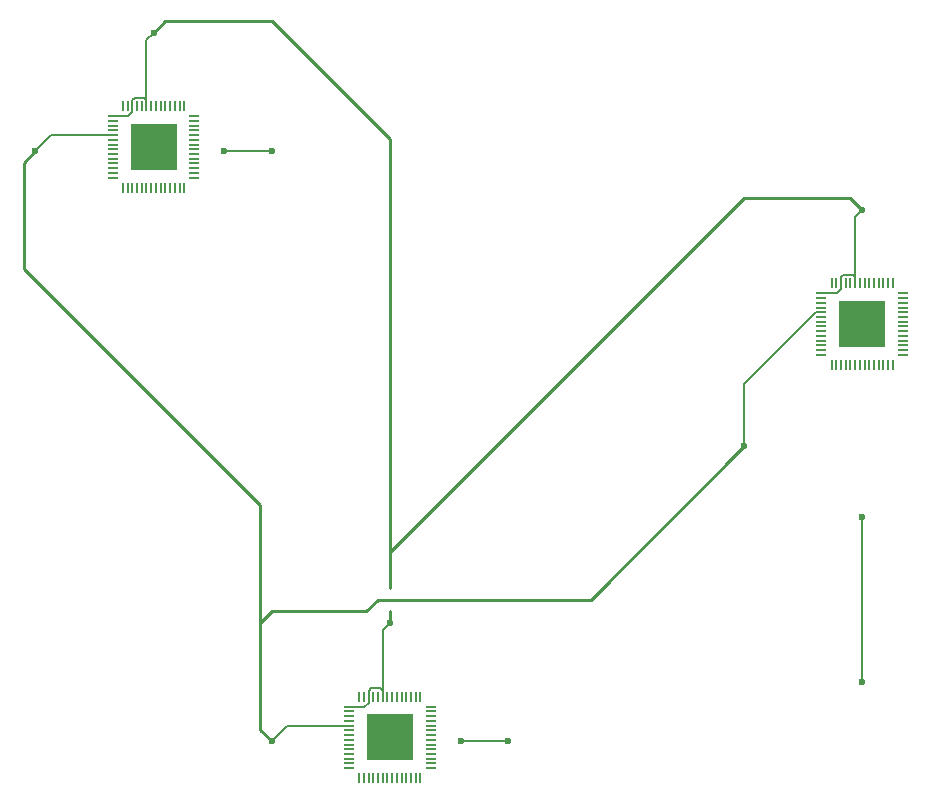
<source format=gtl>
G04 Gerber file generated by Gerbonara*
%TF.GenerationSoftware,KiCad,Pcbnew,8.0.2-1*%
%TF.CreationDate,2024-09-30T19:11:18+01:00*%
%TF.ProjectId,test_module_1,74657374-5f6d-46f6-9475-6c655f312e6b,rev?*%
%TF.SameCoordinates,PX8583b00PY5f5e100*%
%TF.FileFunction,Copper,L1,Top*%
%TF.FilePolarity,Positive*%
%MOMM*%
%FSLAX45Y45*%
%IPPOS*%
G75
%LPD*%
%AMCALCM10*
0 Fully substituted instance of CALCM10 macro*
0 Original parameters: none*
4,1,4,-0.35,-0.05,0.35,-0.05,0.35,0.05,-0.35,0.05,-0.35,-0.05,0*
1,1,0.1,-0.35,-0.05,0*
1,1,0.1,0.35,-0.05,0*
1,1,0.1,0.35,0.05,0*
1,1,0.1,-0.35,0.05,0*
20,1,0.1,-0.35,-0.05,0.35,-0.05,0*
20,1,0.1,0.35,-0.05,0.35,0.05,0*
20,1,0.1,0.35,0.05,-0.35,0.05,0*
20,1,0.1,-0.35,0.05,-0.35,-0.05,0*
%
%AMCALCM11*
0 Fully substituted instance of CALCM11 macro*
0 Original parameters: none*
4,1,4,-0.05,-0.35,0.05,-0.35,0.05,0.35,-0.05,0.35,-0.05,-0.35,0*
1,1,0.1,-0.05,-0.35,0*
1,1,0.1,0.05,-0.35,0*
1,1,0.1,0.05,0.35,0*
1,1,0.1,-0.05,0.35,0*
20,1,0.1,-0.05,-0.35,0.05,-0.35,0*
20,1,0.1,0.05,-0.35,0.05,0.35,0*
20,1,0.1,0.05,0.35,-0.05,0.35,0*
20,1,0.1,-0.05,0.35,-0.05,-0.35,0*
%
%ADD10CALCM10*%
%ADD11CALCM11*%
%ADD12R,4.0X4.0*%
%ADD13C,0.1*%
%ADD14C,0.6*%
%ADD15C,0.2*%
%ADD16C,0.254*%
D10*
X-001845000Y-002207000D03*
X-001845000Y-002247000D03*
X-001845000Y-002287000D03*
X-001845000Y-002327000D03*
X-001845000Y-002367000D03*
X-001845000Y-002407000D03*
X-001845000Y-002447000D03*
X-001845000Y-002487000D03*
X-001845000Y-002527000D03*
X-001845000Y-002567000D03*
X-001845000Y-002607000D03*
X-001845000Y-002647000D03*
X-001845000Y-002687000D03*
X-001845000Y-002727000D03*
D11*
X-001760000Y-002812000D03*
X-001720000Y-002812000D03*
X-001680000Y-002812000D03*
X-001640000Y-002812000D03*
X-001600000Y-002812000D03*
X-001560000Y-002812000D03*
X-001520000Y-002812000D03*
X-001480000Y-002812000D03*
X-001440000Y-002812000D03*
X-001400000Y-002812000D03*
X-001360000Y-002812000D03*
X-001320000Y-002812000D03*
X-001280000Y-002812000D03*
X-001240000Y-002812000D03*
D10*
X-001155000Y-002727000D03*
X-001155000Y-002687000D03*
X-001155000Y-002647000D03*
X-001155000Y-002607000D03*
X-001155000Y-002567000D03*
X-001155000Y-002527000D03*
X-001155000Y-002487000D03*
X-001155000Y-002447000D03*
X-001155000Y-002407000D03*
X-001155000Y-002367000D03*
X-001155000Y-002327000D03*
X-001155000Y-002287000D03*
X-001155000Y-002247000D03*
X-001155000Y-002207000D03*
D11*
X-001240000Y-002122000D03*
X-001280000Y-002122000D03*
X-001320000Y-002122000D03*
X-001360000Y-002122000D03*
X-001400000Y-002122000D03*
X-001440000Y-002122000D03*
X-001480000Y-002122000D03*
X-001520000Y-002122000D03*
X-001560000Y-002122000D03*
X-001600000Y-002122000D03*
X-001640000Y-002122000D03*
X-001680000Y-002122000D03*
X-001720000Y-002122000D03*
X-001760000Y-002122000D03*
D12*
X-001500000Y-002467000D03*
D13*
X-001500000Y-001500000D03*
X-000500000Y-002500000D03*
X-002500000Y-002500000D03*
D14*
X-001500000Y-002467000D03*
X-000900000Y-002500000D03*
D15*
X-001580364Y-002052000D02*
X-001560000Y-002072364D01*
X-001680000Y-002122000D02*
X-001680000Y-002072364D01*
X-001560000Y-002122000D02*
X-001560000Y-001560000D01*
X-001500000Y-001500000D01*
X-001560000Y-002072364D02*
X-001560000Y-002122000D01*
X-001680000Y-002072364D02*
X-001659636Y-002052000D01*
X-001715364Y-002207000D02*
X-001845000Y-002207000D01*
X-001680000Y-002122000D02*
X-001680000Y-002171636D01*
X-001659636Y-002052000D02*
X-001580364Y-002052000D01*
X-001680000Y-002171636D02*
X-001715364Y-002207000D01*
X-002500000Y-002500000D02*
X-002367000Y-002367000D01*
X-001845000Y-002367000D01*
X-000500000Y-002500000D02*
X-000900000Y-002500000D01*
D10*
X-003845000Y002793000D03*
X-003845000Y002753000D03*
X-003845000Y002713000D03*
X-003845000Y002673000D03*
X-003845000Y002633000D03*
X-003845000Y002593000D03*
X-003845000Y002553000D03*
X-003845000Y002513000D03*
X-003845000Y002473000D03*
X-003845000Y002433000D03*
X-003845000Y002393000D03*
X-003845000Y002353000D03*
X-003845000Y002313000D03*
X-003845000Y002273000D03*
D11*
X-003760000Y002188000D03*
X-003720000Y002188000D03*
X-003680000Y002188000D03*
X-003640000Y002188000D03*
X-003600000Y002188000D03*
X-003560000Y002188000D03*
X-003520000Y002188000D03*
X-003480000Y002188000D03*
X-003440000Y002188000D03*
X-003400000Y002188000D03*
X-003360000Y002188000D03*
X-003320000Y002188000D03*
X-003280000Y002188000D03*
X-003240000Y002188000D03*
D10*
X-003155000Y002273000D03*
X-003155000Y002313000D03*
X-003155000Y002353000D03*
X-003155000Y002393000D03*
X-003155000Y002433000D03*
X-003155000Y002473000D03*
X-003155000Y002513000D03*
X-003155000Y002553000D03*
X-003155000Y002593000D03*
X-003155000Y002633000D03*
X-003155000Y002673000D03*
X-003155000Y002713000D03*
X-003155000Y002753000D03*
X-003155000Y002793000D03*
D11*
X-003240000Y002878000D03*
X-003280000Y002878000D03*
X-003320000Y002878000D03*
X-003360000Y002878000D03*
X-003400000Y002878000D03*
X-003440000Y002878000D03*
X-003480000Y002878000D03*
X-003520000Y002878000D03*
X-003560000Y002878000D03*
X-003600000Y002878000D03*
X-003640000Y002878000D03*
X-003680000Y002878000D03*
X-003720000Y002878000D03*
X-003760000Y002878000D03*
D12*
X-003500000Y002533000D03*
D13*
X-003500000Y003500000D03*
X-002500000Y002500000D03*
X-004500000Y002500000D03*
D14*
X-003500000Y002533000D03*
X-002900000Y002500000D03*
D15*
X-003580364Y002948000D02*
X-003560000Y002927636D01*
X-003680000Y002878000D02*
X-003680000Y002927636D01*
X-003560000Y002878000D02*
X-003560000Y003440000D01*
X-003500000Y003500000D01*
X-003560000Y002927636D02*
X-003560000Y002878000D01*
X-003680000Y002927636D02*
X-003659636Y002948000D01*
X-003715364Y002793000D02*
X-003845000Y002793000D01*
X-003680000Y002878000D02*
X-003680000Y002828364D01*
X-003659636Y002948000D02*
X-003580364Y002948000D01*
X-003680000Y002828364D02*
X-003715364Y002793000D01*
X-004500000Y002500000D02*
X-004367000Y002633000D01*
X-003845000Y002633000D01*
X-002500000Y002500000D02*
X-002900000Y002500000D01*
D10*
X002155000Y001293000D03*
X002155000Y001253000D03*
X002155000Y001213000D03*
X002155000Y001173000D03*
X002155000Y001133000D03*
X002155000Y001093000D03*
X002155000Y001053000D03*
X002155000Y001013000D03*
X002155000Y000973000D03*
X002155000Y000933000D03*
X002155000Y000893000D03*
X002155000Y000853000D03*
X002155000Y000813000D03*
X002155000Y000773000D03*
D11*
X002240000Y000688000D03*
X002280000Y000688000D03*
X002320000Y000688000D03*
X002360000Y000688000D03*
X002400000Y000688000D03*
X002440000Y000688000D03*
X002480000Y000688000D03*
X002520000Y000688000D03*
X002560000Y000688000D03*
X002600000Y000688000D03*
X002640000Y000688000D03*
X002680000Y000688000D03*
X002720000Y000688000D03*
X002760000Y000688000D03*
D10*
X002845000Y000773000D03*
X002845000Y000813000D03*
X002845000Y000853000D03*
X002845000Y000893000D03*
X002845000Y000933000D03*
X002845000Y000973000D03*
X002845000Y001013000D03*
X002845000Y001053000D03*
X002845000Y001093000D03*
X002845000Y001133000D03*
X002845000Y001173000D03*
X002845000Y001213000D03*
X002845000Y001253000D03*
X002845000Y001293000D03*
D11*
X002760000Y001378000D03*
X002720000Y001378000D03*
X002680000Y001378000D03*
X002640000Y001378000D03*
X002600000Y001378000D03*
X002560000Y001378000D03*
X002520000Y001378000D03*
X002480000Y001378000D03*
X002440000Y001378000D03*
X002400000Y001378000D03*
X002360000Y001378000D03*
X002320000Y001378000D03*
X002280000Y001378000D03*
X002240000Y001378000D03*
D12*
X002500000Y001033000D03*
D13*
X002500000Y002000000D03*
X002500000Y-002000000D03*
X001500000Y0D03*
D14*
X002500000Y-000600000D03*
X002500000Y000900000D03*
D15*
X002419636Y001448000D02*
X002440000Y001427636D01*
X002320000Y001378000D02*
X002320000Y001427636D01*
X002440000Y001378000D02*
X002440000Y001940000D01*
X002500000Y002000000D01*
X002440000Y001427636D02*
X002440000Y001378000D01*
X002320000Y001427636D02*
X002340364Y001448000D01*
X002284636Y001293000D02*
X002155000Y001293000D01*
X002320000Y001378000D02*
X002320000Y001328364D01*
X002340364Y001448000D02*
X002419636Y001448000D01*
X002320000Y001328364D02*
X002284636Y001293000D01*
X002105364Y001133000D02*
X002155000Y001133000D01*
X001500000Y000527636D02*
X002105364Y001133000D01*
X001500000Y0D02*
X001500000Y000527636D01*
X002500000Y-000600000D02*
X002500000Y-002000000D01*
X002500000Y001033000D02*
X002500000Y000900000D01*
D16*
X-001500000Y-000900000D02*
X001500000Y002100000D01*
X002400000Y002100000D01*
X002500000Y002000000D01*
X-001500000Y002600000D02*
X-002500000Y003600000D01*
X-003400000Y003600000D01*
X-003500000Y003500000D01*
X-001500000Y-001500000D02*
X-001500000Y-001400000D01*
X-001500000Y-001200000D02*
X-001500000Y002600000D01*
X-002500000Y-002500000D02*
X-002600000Y-002400000D01*
X-002600000Y-000500000D01*
X-002600000Y-001500000D02*
X-002500000Y-001400000D01*
X-001700000Y-001400000D01*
X-001600000Y-001300000D01*
X000200000Y-001300000D01*
X001500000Y0D01*
X-002600000Y-000500000D02*
X-004600000Y001500000D01*
X-004600000Y002400000D01*
X-004500000Y002500000D01*
D14*
X-001500000Y-001500000D03*
X-003500000Y003500000D03*
X002500000Y002000000D03*
X-000500000Y-002500000D03*
X-002500000Y002500000D03*
X002500000Y-002000000D03*
X-002500000Y-002500000D03*
X-004500000Y002500000D03*
X001500000Y0D03*
M02*
</source>
